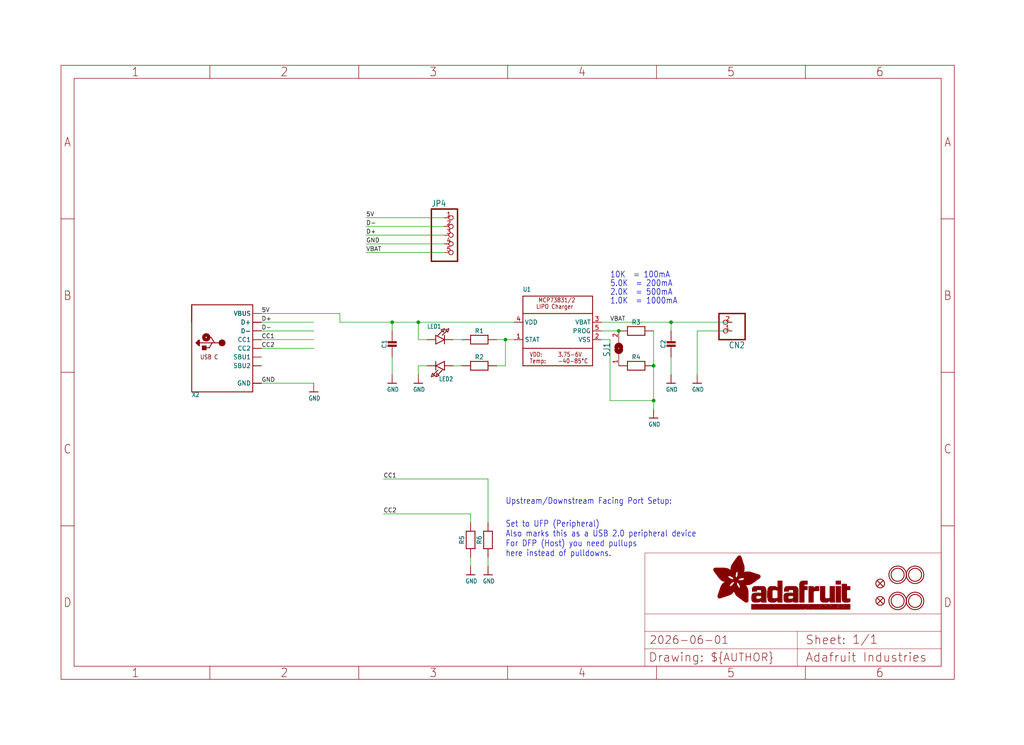
<source format=kicad_sch>
(kicad_sch (version 20231120) (generator "eeschema") (generator_version "8.0")
  (paper "User" 298.45 217.322)
  (lib_symbols
    (symbol "Adafruit USB C microlipo charger-eagle-import:CAP_CERAMIC0805-NOOUTLINE"
      (property "Reference" "C" (at -2.29 1.25 90))
      (symbol "CAP_CERAMIC0805-NOOUTLINE_1_0"
        (pin passive line (at 0 5.08 270) (length 2.54) (name "1") (number "1"))
        (pin passive line (at 0 -2.54 90) (length 2.54) (name "2") (number "2"))
      )
    )
    (symbol "Adafruit USB C microlipo charger-eagle-import:FIDUCIAL{dblquote}{dblquote}")
    (symbol "Adafruit USB C microlipo charger-eagle-import:FRAME_A4_ADAFRUIT"
      (symbol "FRAME_A4_ADAFRUIT_1_0"
        (text "${#}/${##}" (at 230.505 10.16 0) (effects (font (size 2.54 2.54)) (justify left bottom)))
        (text "${AUTHOR}" (at 189.23 5.08 0) (effects (font (size 2.286 2.286)) (justify left bottom)))
        (text "${CURRENT_DATE}" (at 171.45 10.16 0) (effects (font (size 2.286 2.286)) (justify left bottom)))
        (text "${PROJECTNAME}" (at 171.45 15.24 0) (effects (font (size 2.54 2.54)) (justify left bottom)))
        (text "1" (at 21.6958 1.905 0) (effects (font (size 2.54 2.286))))
        (text "1" (at 21.6958 177.165 0) (effects (font (size 2.54 2.286))))
        (text "2" (at 65.0875 1.905 0) (effects (font (size 2.54 2.286))))
        (text "2" (at 65.0875 177.165 0) (effects (font (size 2.54 2.286))))
        (text "3" (at 108.4792 1.905 0) (effects (font (size 2.54 2.286))))
        (text "3" (at 108.4792 177.165 0) (effects (font (size 2.54 2.286))))
        (text "4" (at 151.8708 1.905 0) (effects (font (size 2.54 2.286))))
        (text "4" (at 151.8708 177.165 0) (effects (font (size 2.54 2.286))))
        (text "5" (at 195.2625 1.905 0) (effects (font (size 2.54 2.286))))
        (text "5" (at 195.2625 177.165 0) (effects (font (size 2.54 2.286))))
        (text "6" (at 238.6542 1.905 0) (effects (font (size 2.54 2.286))))
        (text "6" (at 238.6542 177.165 0) (effects (font (size 2.54 2.286))))
        (text "A" (at 1.905 156.6863 0) (effects (font (size 2.54 2.286))))
        (text "A" (at 258.445 156.6863 0) (effects (font (size 2.54 2.286))))
        (text "Adafruit Industries" (at 216.916 4.953 0) (effects (font (size 2.54 2.54)) (justify left bottom)))
        (text "B" (at 1.905 111.9188 0) (effects (font (size 2.54 2.286))))
        (text "B" (at 258.445 111.9188 0) (effects (font (size 2.54 2.286))))
        (text "C" (at 1.905 67.1513 0) (effects (font (size 2.54 2.286))))
        (text "C" (at 258.445 67.1513 0) (effects (font (size 2.54 2.286))))
        (text "D" (at 1.905 22.3838 0) (effects (font (size 2.54 2.286))))
        (text "D" (at 258.445 22.3838 0) (effects (font (size 2.54 2.286))))
        (text "Drawing:" (at 171.196 4.953 0) (effects (font (size 2.54 2.54)) (justify left bottom)))
        (text "Sheet:" (at 216.916 10.033 0) (effects (font (size 2.54 2.54)) (justify left bottom)))
      )
    )
    (symbol "Adafruit USB C microlipo charger-eagle-import:GND" (power)
      (symbol "GND_1_0"
        (pin power_in line (at 0 2.54 270) (length 2.54) (name "GND") (number "1"))
      )
    )
    (symbol "Adafruit USB C microlipo charger-eagle-import:HEADER-1X570MIL"
      (property "Reference" "JP" (at -6.35 8.255 0))
      (symbol "HEADER-1X570MIL_1_0"
        (pin passive inverted (at -2.54 5.08 0) (length 2.54) (name "1") (number "1"))
        (pin passive inverted (at -2.54 2.54 0) (length 2.54) (name "2") (number "2"))
        (pin passive inverted (at -2.54 0 0) (length 2.54) (name "3") (number "3"))
        (pin passive inverted (at -2.54 -2.54 0) (length 2.54) (name "4") (number "4"))
        (pin passive inverted (at -2.54 -5.08 0) (length 2.54) (name "5") (number "5"))
      )
    )
    (symbol "Adafruit USB C microlipo charger-eagle-import:JST_2PIN"
      (property "Reference" "CN" (at -6.35 5.715 0))
      (symbol "JST_2PIN_1_0"
        (pin passive inverted (at -2.54 2.54 0) (length 2.54) (name "1") (number "1"))
        (pin passive inverted (at -2.54 0 0) (length 2.54) (name "2") (number "2"))
      )
    )
    (symbol "Adafruit USB C microlipo charger-eagle-import:LED0805_NOOUTLINE"
      (property "Reference" "LED" (at -5.08 3.175 0))
      (symbol "LED0805_NOOUTLINE_1_0"
        (pin passive line (at -5.08 0 0) (length 2.54) (name "A") (number "A"))
        (pin passive line (at 2.54 0 180) (length 2.54) (name "C") (number "C"))
      )
    )
    (symbol "Adafruit USB C microlipo charger-eagle-import:MCP73831/2"
      (property "Reference" "U" (at -10.16 11.43 0))
      (symbol "MCP73831/2_1_0"
        (text "-40-85°C" (at 0 -9.525 0) (effects (font (size 1.27 1.0795)) (justify left bottom)))
        (text "3.75-6V" (at 0 -7.62 0) (effects (font (size 1.27 1.0795)) (justify left bottom)))
        (text "LIPO Charger" (at -6.35 6.35 0) (effects (font (size 1.27 1.0795)) (justify left bottom)))
        (text "MCP73831/2" (at -5.715 8.255 0) (effects (font (size 1.27 1.0795)) (justify left bottom)))
        (text "Temp:" (at -8.255 -9.525 0) (effects (font (size 1.27 1.0795)) (justify left bottom)))
        (text "VDD:" (at -8.255 -7.62 0) (effects (font (size 1.27 1.0795)) (justify left bottom)))
        (pin output line (at -12.7 -2.54 0) (length 2.54) (name "STAT") (number "1"))
        (pin power_in line (at 12.7 -2.54 180) (length 2.54) (name "VSS") (number "2"))
        (pin power_in line (at 12.7 2.54 180) (length 2.54) (name "VBAT") (number "3"))
        (pin power_in line (at -12.7 2.54 0) (length 2.54) (name "VDD") (number "4"))
        (pin input line (at 12.7 0 180) (length 2.54) (name "PROG") (number "5"))
      )
    )
    (symbol "Adafruit USB C microlipo charger-eagle-import:MOUNTINGHOLE2.5")
    (symbol "Adafruit USB C microlipo charger-eagle-import:RESISTOR_0603_NOOUT"
      (property "Reference" "R" (at 0 2.54 0))
      (symbol "RESISTOR_0603_NOOUT_1_0"
        (pin passive line (at -5.08 0 0) (length 2.54) (name "1") (number "1"))
        (pin passive line (at 5.08 0 180) (length 2.54) (name "2") (number "2"))
      )
    )
    (symbol "Adafruit USB C microlipo charger-eagle-import:SOLDERJUMPER"
      (property "Reference" "SJ" (at -2.54 2.54 0))
      (symbol "SOLDERJUMPER_1_0"
        (pin passive line (at -5.08 0 0) (length 2.54) (name "1") (number "1"))
        (pin passive line (at 5.08 0 180) (length 2.54) (name "2") (number "2"))
      )
    )
    (symbol "Adafruit USB C microlipo charger-eagle-import:USB_C"
      (property "Reference" "X" (at -10.16 13.716 0))
      (symbol "USB_C_1_0"
        (text "USB C" (at -5.08 -2.54 0) (effects (font (size 1.27 1.0795))))
        (pin power_in line (at 10.16 -10.16 180) (length 2.54) (name "GND") (number "A1B12"))
        (pin power_in line (at 10.16 10.16 180) (length 2.54) (name "VBUS") (number "A4B9"))
        (pin bidirectional line (at 10.16 2.54 180) (length 2.54) (name "CC1") (number "A5"))
        (pin bidirectional line (at 10.16 7.62 180) (length 2.54) (name "D+") (number "A6"))
        (pin bidirectional line (at 10.16 5.08 180) (length 2.54) (name "D-") (number "A7"))
        (pin bidirectional line (at 10.16 -2.54 180) (length 2.54) (name "SBU1") (number "A8"))
        (pin power_in line (at 10.16 -10.16 180) (length 2.54) (name "GND") (number "B1A12"))
        (pin power_in line (at 10.16 10.16 180) (length 2.54) (name "VBUS") (number "B4A9"))
        (pin bidirectional line (at 10.16 0 180) (length 2.54) (name "CC2") (number "B5"))
        (pin bidirectional line (at 10.16 7.62 180) (length 2.54) (name "D+") (number "B6"))
        (pin bidirectional line (at 10.16 5.08 180) (length 2.54) (name "D-") (number "B7"))
        (pin bidirectional line (at 10.16 -5.08 180) (length 2.54) (name "SBU2") (number "B8"))
      )
    )
  )
  (junction (at 190.5 116.84))
  (junction (at 147.32 99.06))
  (junction (at 121.92 93.98))
  (junction (at 180.34 96.52))
  (junction (at 195.58 93.98))
  (junction (at 114.3 93.98))
  (junction (at 190.5 106.68))
  (wire (pts (xy 190.5 106.68) (xy 190.5 116.84)) (stroke (width 0.1524)))
  (wire (pts (xy 195.58 93.98) (xy 213.36 93.98)) (stroke (width 0.1524)))
  (wire (pts (xy 134.62 106.68) (xy 132.08 106.68)) (stroke (width 0.1524)))
  (wire (pts (xy 129.54 63.5) (xy 106.68 63.5)) (stroke (width 0.1524)))
  (wire (pts (xy 111.76 149.86) (xy 137.16 149.86)) (stroke (width 0.1524)))
  (wire (pts (xy 203.2 96.52) (xy 213.36 96.52)) (stroke (width 0.1524)))
  (wire (pts (xy 121.92 106.68) (xy 121.92 109.22)) (stroke (width 0.1524)))
  (wire (pts (xy 144.78 106.68) (xy 147.32 106.68)) (stroke (width 0.1524)))
  (wire (pts (xy 114.3 104.14) (xy 114.3 109.22)) (stroke (width 0.1524)))
  (wire (pts (xy 76.2 99.06) (xy 91.44 99.06)) (stroke (width 0.1524)))
  (wire (pts (xy 91.44 111.76) (xy 76.2 111.76)) (stroke (width 0.1524)))
  (wire (pts (xy 190.5 96.52) (xy 190.5 106.68)) (stroke (width 0.1524)))
  (wire (pts (xy 190.5 116.84) (xy 190.5 119.38)) (stroke (width 0.1524)))
  (wire (pts (xy 129.54 66.04) (xy 106.68 66.04)) (stroke (width 0.1524)))
  (wire (pts (xy 99.06 91.44) (xy 76.2 91.44)) (stroke (width 0.1524)))
  (wire (pts (xy 177.8 116.84) (xy 190.5 116.84)) (stroke (width 0.1524)))
  (wire (pts (xy 99.06 93.98) (xy 114.3 93.98)) (stroke (width 0.1524)))
  (wire (pts (xy 76.2 101.6) (xy 91.44 101.6)) (stroke (width 0.1524)))
  (wire (pts (xy 129.54 71.12) (xy 106.68 71.12)) (stroke (width 0.1524)))
  (wire (pts (xy 195.58 93.98) (xy 175.26 93.98)) (stroke (width 0.1524)))
  (wire (pts (xy 137.16 149.86) (xy 137.16 152.4)) (stroke (width 0.1524)))
  (wire (pts (xy 177.8 99.06) (xy 177.8 116.84)) (stroke (width 0.1524)))
  (wire (pts (xy 203.2 96.52) (xy 203.2 109.22)) (stroke (width 0.1524)))
  (wire (pts (xy 144.78 99.06) (xy 147.32 99.06)) (stroke (width 0.1524)))
  (wire (pts (xy 142.24 139.7) (xy 142.24 152.4)) (stroke (width 0.1524)))
  (wire (pts (xy 129.54 68.58) (xy 106.68 68.58)) (stroke (width 0.1524)))
  (wire (pts (xy 137.16 162.56) (xy 137.16 165.1)) (stroke (width 0.1524)))
  (wire (pts (xy 129.54 73.66) (xy 106.68 73.66)) (stroke (width 0.1524)))
  (wire (pts (xy 142.24 165.1) (xy 142.24 162.56)) (stroke (width 0.1524)))
  (wire (pts (xy 76.2 93.98) (xy 91.44 93.98)) (stroke (width 0.1524)))
  (wire (pts (xy 111.76 139.7) (xy 142.24 139.7)) (stroke (width 0.1524)))
  (wire (pts (xy 121.92 99.06) (xy 121.92 93.98)) (stroke (width 0.1524)))
  (wire (pts (xy 124.46 99.06) (xy 121.92 99.06)) (stroke (width 0.1524)))
  (wire (pts (xy 99.06 91.44) (xy 99.06 93.98)) (stroke (width 0.1524)))
  (wire (pts (xy 114.3 93.98) (xy 121.92 93.98)) (stroke (width 0.1524)))
  (wire (pts (xy 147.32 99.06) (xy 149.86 99.06)) (stroke (width 0.1524)))
  (wire (pts (xy 124.46 106.68) (xy 121.92 106.68)) (stroke (width 0.1524)))
  (wire (pts (xy 132.08 99.06) (xy 134.62 99.06)) (stroke (width 0.1524)))
  (wire (pts (xy 195.58 104.14) (xy 195.58 109.22)) (stroke (width 0.1524)))
  (wire (pts (xy 114.3 96.52) (xy 114.3 93.98)) (stroke (width 0.1524)))
  (wire (pts (xy 175.26 96.52) (xy 180.34 96.52)) (stroke (width 0.1524)))
  (wire (pts (xy 121.92 93.98) (xy 149.86 93.98)) (stroke (width 0.1524)))
  (wire (pts (xy 76.2 96.52) (xy 91.44 96.52)) (stroke (width 0.1524)))
  (wire (pts (xy 175.26 99.06) (xy 177.8 99.06)) (stroke (width 0.1524)))
  (wire (pts (xy 147.32 106.68) (xy 147.32 99.06)) (stroke (width 0.1524)))
  (wire (pts (xy 195.58 96.52) (xy 195.58 93.98)) (stroke (width 0.1524)))
  (text "Upstream/Downstream Facing Port Setup:" (at 147.32 147.32 0) (effects (font (size 1.778 1.5113)) (justify left bottom)))
  (text "5.0K  = 200mA" (at 177.8 83.82 0) (effects (font (size 1.778 1.5113)) (justify left bottom)))
  (text "1.0K  = 1000mA" (at 177.8 88.9 0) (effects (font (size 1.778 1.5113)) (justify left bottom)))
  (text "2.0K  = 500mA" (at 177.8 86.36 0) (effects (font (size 1.778 1.5113)) (justify left bottom)))
  (text "10K  = 100mA" (at 177.8 81.28 0) (effects (font (size 1.778 1.5113)) (justify left bottom)))
  (text "Set to UFP (Peripheral)\nAlso marks this as a USB 2.0 peripheral device\nFor DFP (Host) you need pullups\nhere instead of pulldowns." (at 147.32 162.56 0) (effects (font (size 1.778 1.5113)) (justify left bottom)))
  (label "5V" (at 106.68 63.5 0) (effects (font (size 1.2446 1.2446))))
  (label "CC1" (at 111.76 139.7 0) (effects (font (size 1.2446 1.2446))))
  (label "D-" (at 76.2 96.52 0) (effects (font (size 1.2446 1.2446))))
  (label "GND" (at 76.2 111.76 0) (effects (font (size 1.2446 1.2446))))
  (label "VBAT" (at 177.8 93.98 0) (effects (font (size 1.2446 1.2446))))
  (label "VBAT" (at 106.68 73.66 0) (effects (font (size 1.2446 1.2446))))
  (label "D+" (at 106.68 68.58 0) (effects (font (size 1.2446 1.2446))))
  (label "D-" (at 106.68 66.04 0) (effects (font (size 1.2446 1.2446))))
  (label "CC1" (at 76.2 99.06 0) (effects (font (size 1.2446 1.2446))))
  (label "5V" (at 76.2 91.44 0) (effects (font (size 1.2446 1.2446))))
  (label "CC2" (at 76.2 101.6 0) (effects (font (size 1.2446 1.2446))))
  (label "D+" (at 76.2 93.98 0) (effects (font (size 1.2446 1.2446))))
  (label "GND" (at 106.68 71.12 0) (effects (font (size 1.2446 1.2446))))
  (label "CC2" (at 111.76 149.86 0) (effects (font (size 1.2446 1.2446))))
  (symbol (lib_id "Adafruit USB C microlipo charger-eagle-import:CAP_CERAMIC0805-NOOUTLINE") (at 114.3 101.6 0) (unit 1)
    (property "Reference" "C1" (at 112.01 100.35 90))
    (property "Value" "CAP_CERAMIC0805-NOOUTLINE" (effects (hide yes)))
    (property "Footprint" "Adafruit USB C microlipo charger:0805-NO@1" (effects (hide yes)))
  )
  (symbol (lib_id "Adafruit USB C microlipo charger-eagle-import:GND") (at 91.44 114.3 0) (unit 1)
    (property "Reference" "#U$15" (effects (hide yes)))
    (property "Value" "GND" (at 89.916 116.84 0) (effects (font (size 1.27 1.0795)) (justify left bottom)))
  )
  (symbol (lib_id "Adafruit USB C microlipo charger-eagle-import:GND") (at 142.24 167.64 0) (unit 1)
    (property "Reference" "#U$14" (effects (hide yes)))
    (property "Value" "GND" (at 140.716 170.18 0) (effects (font (size 1.27 1.0795)) (justify left bottom)))
  )
  (symbol (lib_id "Adafruit USB C microlipo charger-eagle-import:GND") (at 137.16 167.64 0) (unit 1)
    (property "Reference" "#U$8" (effects (hide yes)))
    (property "Value" "GND" (at 135.636 170.18 0) (effects (font (size 1.27 1.0795)) (justify left bottom)))
  )
  (symbol (lib_id "Adafruit USB C microlipo charger-eagle-import:RESISTOR_0603_NOOUT") (at 142.24 157.48 90) (unit 1)
    (property "Reference" "R6" (at 139.7 157.48 0))
    (property "Value" "RESISTOR_0603_NOOUT" (effects (hide yes)))
    (property "Footprint" "Adafruit USB C microlipo charger:0603-NO" (effects (hide yes)))
  )
  (symbol (lib_id "Adafruit USB C microlipo charger-eagle-import:FIDUCIAL{dblquote}{dblquote}") (at 256.54 170.18 0) (unit 1)
    (property "Reference" "FID1" (effects (hide yes)))
    (property "Value" "FIDUCIAL{dblquote}{dblquote}" (effects (hide yes)))
    (property "Footprint" "Adafruit USB C microlipo charger:FIDUCIAL_1MM" (effects (hide yes)))
  )
  (symbol (lib_id "Adafruit USB C microlipo charger-eagle-import:RESISTOR_0603_NOOUT") (at 185.42 106.68 0) (unit 1)
    (property "Reference" "R4" (at 185.42 104.14 0))
    (property "Value" "RESISTOR_0603_NOOUT" (effects (hide yes)))
    (property "Footprint" "Adafruit USB C microlipo charger:0603-NO" (effects (hide yes)))
  )
  (symbol (lib_id "Adafruit USB C microlipo charger-eagle-import:LED0805_NOOUTLINE") (at 127 106.68 180) (unit 1)
    (property "Reference" "LED2" (at 132.08 109.855 0) (effects (font (size 1.27 1.0795)) (justify left bottom)))
    (property "Value" "LED0805_NOOUTLINE" (effects (hide yes)))
    (property "Footprint" "Adafruit USB C microlipo charger:CHIPLED_0805_NOOUTLINE" (effects (hide yes)))
  )
  (symbol (lib_id "Adafruit USB C microlipo charger-eagle-import:MOUNTINGHOLE2.5") (at 261.62 167.64 0) (unit 1)
    (property "Reference" "U$9" (effects (hide yes)))
    (property "Value" "MOUNTINGHOLE2.5" (effects (hide yes)))
    (property "Footprint" "Adafruit USB C microlipo charger:MOUNTINGHOLE_2.5_PLATED" (effects (hide yes)))
  )
  (symbol (lib_id "Adafruit USB C microlipo charger-eagle-import:FRAME_A4_ADAFRUIT") (at 17.78 198.12 0) (unit 1)
    (property "Reference" "#U$1" (effects (hide yes)))
    (property "Value" "FRAME_A4_ADAFRUIT" (effects (hide yes)))
  )
  (symbol (lib_id "Adafruit USB C microlipo charger-eagle-import:RESISTOR_0603_NOOUT") (at 139.7 106.68 0) (unit 1)
    (property "Reference" "R2" (at 139.7 104.14 0))
    (property "Value" "RESISTOR_0603_NOOUT" (effects (hide yes)))
    (property "Footprint" "Adafruit USB C microlipo charger:0603-NO" (effects (hide yes)))
  )
  (symbol (lib_id "Adafruit USB C microlipo charger-eagle-import:GND") (at 203.2 111.76 0) (unit 1)
    (property "Reference" "#U$4" (effects (hide yes)))
    (property "Value" "GND" (at 201.676 114.3 0) (effects (font (size 1.27 1.0795)) (justify left bottom)))
  )
  (symbol (lib_id "Adafruit USB C microlipo charger-eagle-import:MOUNTINGHOLE2.5") (at 266.7 175.26 0) (unit 1)
    (property "Reference" "U$10" (effects (hide yes)))
    (property "Value" "MOUNTINGHOLE2.5" (effects (hide yes)))
    (property "Footprint" "Adafruit USB C microlipo charger:MOUNTINGHOLE_2.5_PLATED" (effects (hide yes)))
  )
  (symbol (lib_id "Adafruit USB C microlipo charger-eagle-import:RESISTOR_0603_NOOUT") (at 185.42 96.52 0) (unit 1)
    (property "Reference" "R3" (at 185.42 93.98 0))
    (property "Value" "RESISTOR_0603_NOOUT" (effects (hide yes)))
    (property "Footprint" "Adafruit USB C microlipo charger:0603-NO" (effects (hide yes)))
  )
  (symbol (lib_id "Adafruit USB C microlipo charger-eagle-import:GND") (at 190.5 121.92 0) (unit 1)
    (property "Reference" "#U$6" (effects (hide yes)))
    (property "Value" "GND" (at 188.976 124.46 0) (effects (font (size 1.27 1.0795)) (justify left bottom)))
  )
  (symbol (lib_id "Adafruit USB C microlipo charger-eagle-import:USB_C") (at 66.04 101.6 0) (unit 1)
    (property "Reference" "X2" (at 55.88 115.824 0) (effects (font (size 1.27 1.0795)) (justify left bottom)))
    (property "Value" "USB_C" (effects (hide yes)))
    (property "Footprint" "Adafruit USB C microlipo charger:USB_C_CUSB31-CFM2AX-01-X" (effects (hide yes)))
  )
  (symbol (lib_id "Adafruit USB C microlipo charger-eagle-import:LED0805_NOOUTLINE") (at 129.54 99.06 0) (unit 1)
    (property "Reference" "LED1" (at 124.46 95.885 0) (effects (font (size 1.27 1.0795)) (justify left bottom)))
    (property "Value" "LED0805_NOOUTLINE" (effects (hide yes)))
    (property "Footprint" "Adafruit USB C microlipo charger:CHIPLED_0805_NOOUTLINE" (effects (hide yes)))
  )
  (symbol (lib_id "Adafruit USB C microlipo charger-eagle-import:MOUNTINGHOLE2.5") (at 261.62 175.26 0) (unit 1)
    (property "Reference" "U$11" (effects (hide yes)))
    (property "Value" "MOUNTINGHOLE2.5" (effects (hide yes)))
    (property "Footprint" "Adafruit USB C microlipo charger:MOUNTINGHOLE_2.5_PLATED" (effects (hide yes)))
  )
  (symbol (lib_id "Adafruit USB C microlipo charger-eagle-import:GND") (at 114.3 111.76 0) (unit 1)
    (property "Reference" "#U$3" (effects (hide yes)))
    (property "Value" "GND" (at 112.776 114.3 0) (effects (font (size 1.27 1.0795)) (justify left bottom)))
  )
  (symbol (lib_id "Adafruit USB C microlipo charger-eagle-import:HEADER-1X570MIL") (at 132.08 68.58 0) (unit 1)
    (property "Reference" "JP4" (at 125.73 60.325 0) (effects (font (size 1.778 1.5113)) (justify left bottom)))
    (property "Value" "HEADER-1X570MIL" (effects (hide yes)))
    (property "Footprint" "Adafruit USB C microlipo charger:1X05_ROUND_70" (effects (hide yes)))
  )
  (symbol (lib_id "Adafruit USB C microlipo charger-eagle-import:RESISTOR_0603_NOOUT") (at 139.7 99.06 0) (unit 1)
    (property "Reference" "R1" (at 139.7 96.52 0))
    (property "Value" "RESISTOR_0603_NOOUT" (effects (hide yes)))
    (property "Footprint" "Adafruit USB C microlipo charger:0603-NO" (effects (hide yes)))
  )
  (symbol (lib_id "Adafruit USB C microlipo charger-eagle-import:RESISTOR_0603_NOOUT") (at 137.16 157.48 90) (unit 1)
    (property "Reference" "R5" (at 134.62 157.48 0))
    (property "Value" "RESISTOR_0603_NOOUT" (effects (hide yes)))
    (property "Footprint" "Adafruit USB C microlipo charger:0603-NO" (effects (hide yes)))
  )
  (symbol (lib_id "Adafruit USB C microlipo charger-eagle-import:SOLDERJUMPER") (at 180.34 101.6 90) (unit 1)
    (property "Reference" "SJ1" (at 177.8 104.14 0) (effects (font (size 1.778 1.5113)) (justify left bottom)))
    (property "Value" "SOLDERJUMPER" (effects (hide yes)))
    (property "Footprint" "Adafruit USB C microlipo charger:SOLDERJUMPER_ARROW_NOPASTE" (effects (hide yes)))
  )
  (symbol (lib_id "Adafruit USB C microlipo charger-eagle-import:JST_2PIN") (at 210.82 93.98 180) (unit 1)
    (property "Reference" "CN2" (at 217.17 99.695 0) (effects (font (size 1.778 1.5113)) (justify left bottom)))
    (property "Value" "JST_2PIN" (effects (hide yes)))
    (property "Footprint" "Adafruit USB C microlipo charger:JSTPH2" (effects (hide yes)))
  )
  (symbol (lib_id "Adafruit USB C microlipo charger-eagle-import:MCP73831/2") (at 162.56 96.52 0) (unit 1)
    (property "Reference" "U1" (at 152.4 85.09 0) (effects (font (size 1.27 1.0795)) (justify left bottom)))
    (property "Value" "MCP73831/2" (effects (hide yes)))
    (property "Footprint" "Adafruit USB C microlipo charger:SOT23-5" (effects (hide yes)))
  )
  (symbol (lib_id "Adafruit USB C microlipo charger-eagle-import:MOUNTINGHOLE2.5") (at 266.7 167.64 0) (unit 1)
    (property "Reference" "U$12" (effects (hide yes)))
    (property "Value" "MOUNTINGHOLE2.5" (effects (hide yes)))
    (property "Footprint" "Adafruit USB C microlipo charger:MOUNTINGHOLE_2.5_PLATED" (effects (hide yes)))
  )
  (symbol (lib_id "Adafruit USB C microlipo charger-eagle-import:FIDUCIAL{dblquote}{dblquote}") (at 256.54 175.26 0) (unit 1)
    (property "Reference" "FID2" (effects (hide yes)))
    (property "Value" "FIDUCIAL{dblquote}{dblquote}" (effects (hide yes)))
    (property "Footprint" "Adafruit USB C microlipo charger:FIDUCIAL_1MM" (effects (hide yes)))
    (property "BOM" "EXCLUDE" (effects (hide yes)))
  )
  (symbol (lib_id "Adafruit USB C microlipo charger-eagle-import:GND") (at 121.92 111.76 0) (unit 1)
    (property "Reference" "#U$7" (effects (hide yes)))
    (property "Value" "GND" (at 120.396 114.3 0) (effects (font (size 1.27 1.0795)) (justify left bottom)))
  )
  (symbol (lib_id "Adafruit USB C microlipo charger-eagle-import:GND") (at 195.58 111.76 0) (unit 1)
    (property "Reference" "#U$5" (effects (hide yes)))
    (property "Value" "GND" (at 194.056 114.3 0) (effects (font (size 1.27 1.0795)) (justify left bottom)))
  )
  (symbol (lib_id "Adafruit USB C microlipo charger-eagle-import:CAP_CERAMIC0805-NOOUTLINE") (at 195.58 101.6 0) (unit 1)
    (property "Reference" "C2" (at 193.29 100.35 90))
    (property "Value" "CAP_CERAMIC0805-NOOUTLINE" (effects (hide yes)))
    (property "Footprint" "Adafruit USB C microlipo charger:0805-NO@1" (effects (hide yes)))
  )
)
</source>
